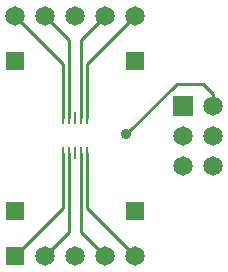
<source format=gtl>
%FSLAX34Y34*%
G04 Gerber Fmt 3.4, Leading zero omitted, Abs format*
G04 (created by PCBNEW (2014-04-04 BZR 4786)-product) date Sat 05 Apr 2014 06:47:19 PM CEST*
%MOIN*%
G01*
G70*
G90*
G04 APERTURE LIST*
%ADD10C,0.005906*%
%ADD11R,0.009843X0.039370*%
%ADD12C,0.064961*%
%ADD13R,0.064961X0.064961*%
%ADD14R,0.065000X0.065000*%
%ADD15C,0.065000*%
%ADD16C,0.035000*%
%ADD17C,0.010000*%
G04 APERTURE END LIST*
G54D10*
G54D11*
X63606Y-40590D03*
X63803Y-40590D03*
X64000Y-40590D03*
X64196Y-40590D03*
X64393Y-40590D03*
X64393Y-39409D03*
X64196Y-39409D03*
X64000Y-39409D03*
X63803Y-39409D03*
X63606Y-39409D03*
G54D12*
X66000Y-36000D03*
X65000Y-36000D03*
X64000Y-36000D03*
X63000Y-36000D03*
X62000Y-36000D03*
G54D13*
X66000Y-42500D03*
X66000Y-37500D03*
X62000Y-37500D03*
G54D14*
X67600Y-39000D03*
G54D15*
X68600Y-39000D03*
X67600Y-40000D03*
X68600Y-40000D03*
X67600Y-41000D03*
X68600Y-41000D03*
G54D13*
X62000Y-44000D03*
G54D12*
X63000Y-44000D03*
X64000Y-44000D03*
X65000Y-44000D03*
X66000Y-44000D03*
G54D13*
X62000Y-42500D03*
G54D16*
X65700Y-39940D03*
G54D17*
X63606Y-42393D02*
X62000Y-44000D01*
X63606Y-40590D02*
X63606Y-42393D01*
X63606Y-37606D02*
X62000Y-36000D01*
X63606Y-39409D02*
X63606Y-37606D01*
X68600Y-38600D02*
X68260Y-38260D01*
X68260Y-38260D02*
X67380Y-38260D01*
X67380Y-38260D02*
X65700Y-39940D01*
X68600Y-39000D02*
X68600Y-38600D01*
X63803Y-36803D02*
X63000Y-36000D01*
X63803Y-39409D02*
X63803Y-36803D01*
X64196Y-36803D02*
X65000Y-36000D01*
X64196Y-39409D02*
X64196Y-36803D01*
X64393Y-42393D02*
X66000Y-44000D01*
X64393Y-40590D02*
X64393Y-42393D01*
X64393Y-37606D02*
X66000Y-36000D01*
X64393Y-39409D02*
X64393Y-37606D01*
X63803Y-43196D02*
X63000Y-44000D01*
X63803Y-40590D02*
X63803Y-43196D01*
X64196Y-43196D02*
X65000Y-44000D01*
X64196Y-40590D02*
X64196Y-43196D01*
M02*

</source>
